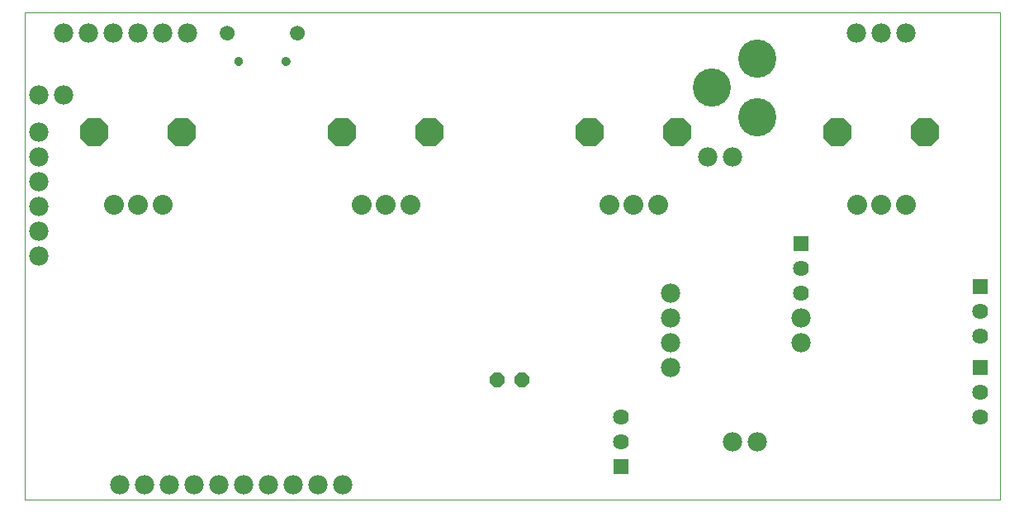
<source format=gbs>
G75*
G70*
%OFA0B0*%
%FSLAX24Y24*%
%IPPOS*%
%LPD*%
%AMOC8*
5,1,8,0,0,1.08239X$1,22.5*
%
%ADD10C,0.0010*%
%ADD11C,0.0800*%
%ADD12OC8,0.1147*%
%ADD13C,0.0780*%
%ADD14R,0.0640X0.0640*%
%ADD15C,0.0640*%
%ADD16C,0.1540*%
%ADD17OC8,0.0600*%
%ADD18C,0.0000*%
%ADD19C,0.0591*%
%ADD20C,0.0355*%
D10*
X002650Y000376D02*
X002650Y020061D01*
X042020Y020061D01*
X042020Y000376D01*
X002650Y000376D01*
D11*
X006251Y012266D03*
X007235Y012266D03*
X008219Y012266D03*
X016251Y012266D03*
X017235Y012266D03*
X018219Y012266D03*
X026251Y012266D03*
X027235Y012266D03*
X028219Y012266D03*
X036251Y012266D03*
X037235Y012266D03*
X038219Y012266D03*
D12*
X039007Y015219D03*
X035463Y015219D03*
X029007Y015219D03*
X025463Y015219D03*
X019007Y015219D03*
X015463Y015219D03*
X009007Y015219D03*
X005463Y015219D03*
D13*
X003235Y015219D03*
X003235Y014219D03*
X003235Y013219D03*
X003235Y012219D03*
X003235Y011219D03*
X003235Y010219D03*
X003235Y016719D03*
X004235Y016719D03*
X004235Y019219D03*
X005235Y019219D03*
X006235Y019219D03*
X007235Y019219D03*
X008235Y019219D03*
X009235Y019219D03*
X028735Y008719D03*
X028735Y007719D03*
X028735Y006719D03*
X028735Y005719D03*
X033985Y006719D03*
X033985Y007719D03*
X032235Y002719D03*
X031235Y002719D03*
X015485Y000969D03*
X014485Y000969D03*
X013485Y000969D03*
X012485Y000969D03*
X011485Y000969D03*
X010485Y000969D03*
X009485Y000969D03*
X008485Y000969D03*
X007485Y000969D03*
X006485Y000969D03*
X030235Y014219D03*
X031235Y014219D03*
X036235Y019219D03*
X037235Y019219D03*
X038235Y019219D03*
D14*
X033985Y010719D03*
X041235Y008969D03*
X041235Y005719D03*
X026735Y001719D03*
D15*
X026735Y002719D03*
X026735Y003719D03*
X033985Y008719D03*
X033985Y009719D03*
X041235Y007969D03*
X041235Y006969D03*
X041235Y004719D03*
X041235Y003719D03*
D16*
X032235Y015825D03*
X030384Y017006D03*
X032235Y018187D03*
D17*
X022735Y005219D03*
X021735Y005219D03*
D18*
X013033Y018077D02*
X013035Y018102D01*
X013041Y018126D01*
X013050Y018148D01*
X013063Y018169D01*
X013079Y018188D01*
X013098Y018204D01*
X013119Y018217D01*
X013141Y018226D01*
X013165Y018232D01*
X013190Y018234D01*
X013215Y018232D01*
X013239Y018226D01*
X013261Y018217D01*
X013282Y018204D01*
X013301Y018188D01*
X013317Y018169D01*
X013330Y018148D01*
X013339Y018126D01*
X013345Y018102D01*
X013347Y018077D01*
X013345Y018052D01*
X013339Y018028D01*
X013330Y018006D01*
X013317Y017985D01*
X013301Y017966D01*
X013282Y017950D01*
X013261Y017937D01*
X013239Y017928D01*
X013215Y017922D01*
X013190Y017920D01*
X013165Y017922D01*
X013141Y017928D01*
X013119Y017937D01*
X013098Y017950D01*
X013079Y017966D01*
X013063Y017985D01*
X013050Y018006D01*
X013041Y018028D01*
X013035Y018052D01*
X013033Y018077D01*
X011123Y018077D02*
X011125Y018102D01*
X011131Y018126D01*
X011140Y018148D01*
X011153Y018169D01*
X011169Y018188D01*
X011188Y018204D01*
X011209Y018217D01*
X011231Y018226D01*
X011255Y018232D01*
X011280Y018234D01*
X011305Y018232D01*
X011329Y018226D01*
X011351Y018217D01*
X011372Y018204D01*
X011391Y018188D01*
X011407Y018169D01*
X011420Y018148D01*
X011429Y018126D01*
X011435Y018102D01*
X011437Y018077D01*
X011435Y018052D01*
X011429Y018028D01*
X011420Y018006D01*
X011407Y017985D01*
X011391Y017966D01*
X011372Y017950D01*
X011351Y017937D01*
X011329Y017928D01*
X011305Y017922D01*
X011280Y017920D01*
X011255Y017922D01*
X011231Y017928D01*
X011209Y017937D01*
X011188Y017950D01*
X011169Y017966D01*
X011153Y017985D01*
X011140Y018006D01*
X011131Y018028D01*
X011125Y018052D01*
X011123Y018077D01*
X010542Y019219D02*
X010544Y019252D01*
X010550Y019284D01*
X010559Y019315D01*
X010572Y019345D01*
X010589Y019373D01*
X010609Y019399D01*
X010632Y019423D01*
X010657Y019443D01*
X010685Y019461D01*
X010714Y019475D01*
X010745Y019485D01*
X010777Y019492D01*
X010810Y019495D01*
X010843Y019494D01*
X010875Y019489D01*
X010906Y019480D01*
X010937Y019468D01*
X010965Y019452D01*
X010992Y019433D01*
X011016Y019411D01*
X011037Y019386D01*
X011056Y019359D01*
X011071Y019330D01*
X011082Y019300D01*
X011090Y019268D01*
X011094Y019235D01*
X011094Y019203D01*
X011090Y019170D01*
X011082Y019138D01*
X011071Y019108D01*
X011056Y019079D01*
X011037Y019052D01*
X011016Y019027D01*
X010992Y019005D01*
X010965Y018986D01*
X010937Y018970D01*
X010906Y018958D01*
X010875Y018949D01*
X010843Y018944D01*
X010810Y018943D01*
X010777Y018946D01*
X010745Y018953D01*
X010714Y018963D01*
X010685Y018977D01*
X010657Y018995D01*
X010632Y019015D01*
X010609Y019039D01*
X010589Y019065D01*
X010572Y019093D01*
X010559Y019123D01*
X010550Y019154D01*
X010544Y019186D01*
X010542Y019219D01*
X013376Y019219D02*
X013378Y019252D01*
X013384Y019284D01*
X013393Y019315D01*
X013406Y019345D01*
X013423Y019373D01*
X013443Y019399D01*
X013466Y019423D01*
X013491Y019443D01*
X013519Y019461D01*
X013548Y019475D01*
X013579Y019485D01*
X013611Y019492D01*
X013644Y019495D01*
X013677Y019494D01*
X013709Y019489D01*
X013740Y019480D01*
X013771Y019468D01*
X013799Y019452D01*
X013826Y019433D01*
X013850Y019411D01*
X013871Y019386D01*
X013890Y019359D01*
X013905Y019330D01*
X013916Y019300D01*
X013924Y019268D01*
X013928Y019235D01*
X013928Y019203D01*
X013924Y019170D01*
X013916Y019138D01*
X013905Y019108D01*
X013890Y019079D01*
X013871Y019052D01*
X013850Y019027D01*
X013826Y019005D01*
X013799Y018986D01*
X013771Y018970D01*
X013740Y018958D01*
X013709Y018949D01*
X013677Y018944D01*
X013644Y018943D01*
X013611Y018946D01*
X013579Y018953D01*
X013548Y018963D01*
X013519Y018977D01*
X013491Y018995D01*
X013466Y019015D01*
X013443Y019039D01*
X013423Y019065D01*
X013406Y019093D01*
X013393Y019123D01*
X013384Y019154D01*
X013378Y019186D01*
X013376Y019219D01*
D19*
X013652Y019219D03*
X010818Y019219D03*
D20*
X011280Y018077D03*
X013190Y018077D03*
M02*

</source>
